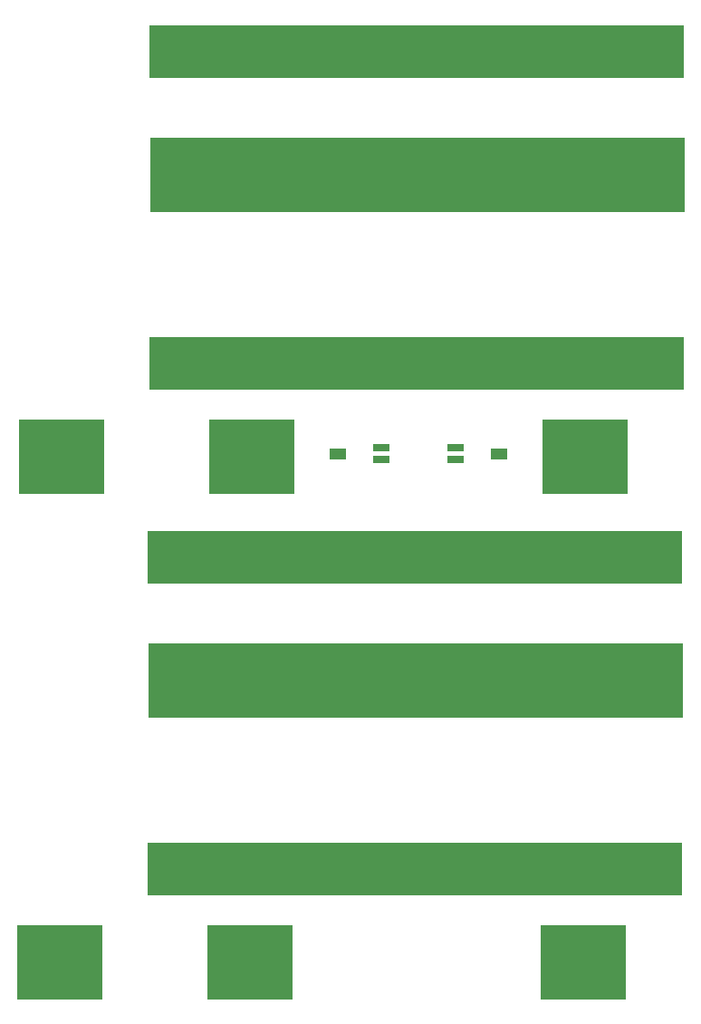
<source format=gtp>
G04*
G04 #@! TF.GenerationSoftware,Altium Limited,Altium Designer,18.1.7 (191)*
G04*
G04 Layer_Color=8421504*
%FSLAX25Y25*%
%MOIN*%
G70*
G01*
G75*
%ADD13R,0.31496X0.27559*%
%ADD14R,1.96850X0.27559*%
%ADD15R,1.96850X0.19685*%
%ADD16R,0.06299X0.03937*%
%ADD17R,0.06299X0.03150*%
D13*
X31772Y198350D02*
D03*
X101949D02*
D03*
X224685Y198352D02*
D03*
X224008Y12352D02*
D03*
X101272Y12350D02*
D03*
X31095D02*
D03*
D14*
X162770Y301882D02*
D03*
X162092Y115882D02*
D03*
D15*
X162667Y347382D02*
D03*
Y232582D02*
D03*
X161990Y46582D02*
D03*
Y161382D02*
D03*
D16*
X192724Y199350D02*
D03*
X133673D02*
D03*
D17*
X176976Y201516D02*
D03*
Y197185D02*
D03*
X149421D02*
D03*
Y201516D02*
D03*
M02*

</source>
